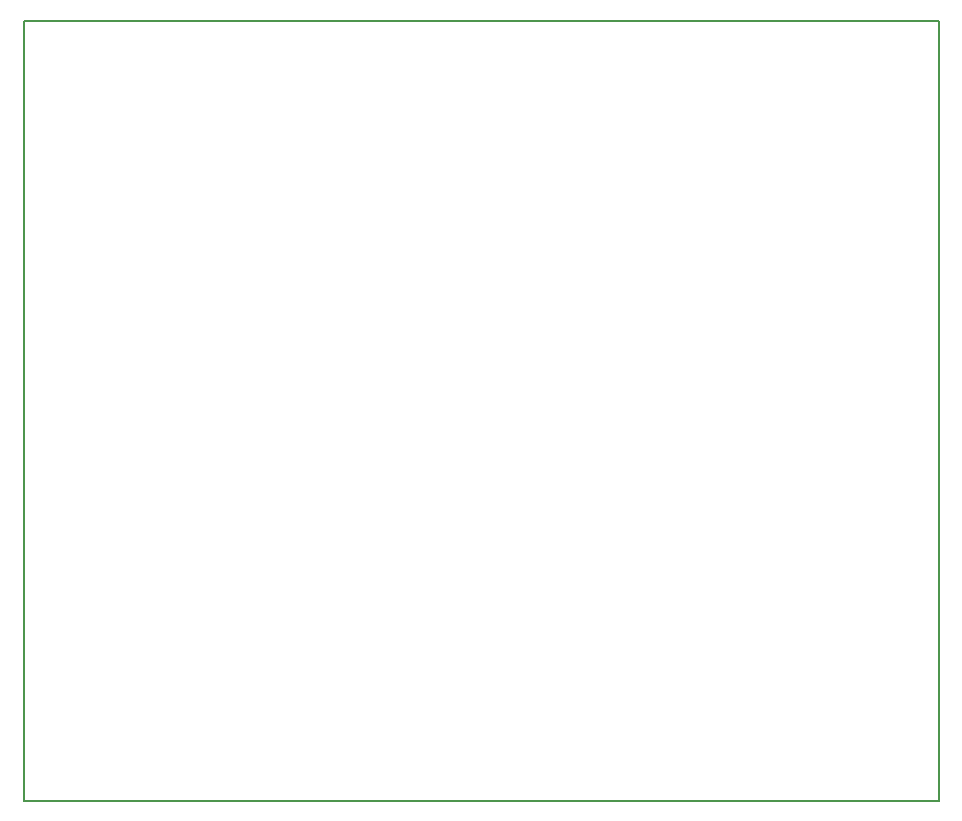
<source format=gbr>
G04 #@! TF.GenerationSoftware,KiCad,Pcbnew,(5.1.7)-1*
G04 #@! TF.CreationDate,2020-10-18T11:25:50+11:00*
G04 #@! TF.ProjectId,RX,52582e6b-6963-4616-945f-706362585858,rev?*
G04 #@! TF.SameCoordinates,Original*
G04 #@! TF.FileFunction,Profile,NP*
%FSLAX46Y46*%
G04 Gerber Fmt 4.6, Leading zero omitted, Abs format (unit mm)*
G04 Created by KiCad (PCBNEW (5.1.7)-1) date 2020-10-18 11:25:50*
%MOMM*%
%LPD*%
G01*
G04 APERTURE LIST*
G04 #@! TA.AperFunction,Profile*
%ADD10C,0.150000*%
G04 #@! TD*
G04 APERTURE END LIST*
D10*
X157480000Y-39370000D02*
X97790000Y-39370000D01*
X97790000Y-105410000D02*
X97790000Y-39370000D01*
X101600000Y-105410000D02*
X97790000Y-105410000D01*
X175260000Y-105410000D02*
X101600000Y-105410000D01*
X175260000Y-39370000D02*
X175260000Y-105410000D01*
X157480000Y-39370000D02*
X175260000Y-39370000D01*
M02*

</source>
